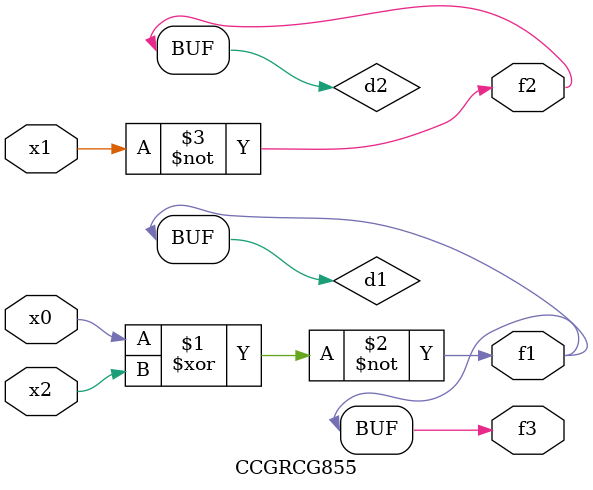
<source format=v>
module CCGRCG855(
	input x0, x1, x2,
	output f1, f2, f3
);

	wire d1, d2, d3;

	xnor (d1, x0, x2);
	nand (d2, x1);
	nor (d3, x1, x2);
	assign f1 = d1;
	assign f2 = d2;
	assign f3 = d1;
endmodule

</source>
